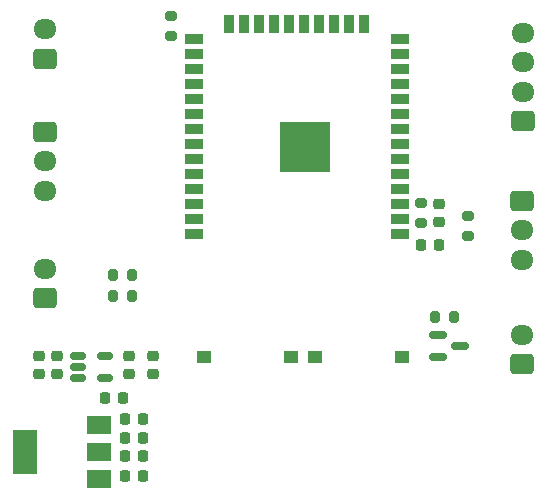
<source format=gbr>
%TF.GenerationSoftware,KiCad,Pcbnew,(7.0.0)*%
%TF.CreationDate,2023-12-20T20:41:28+01:00*%
%TF.ProjectId,board2,626f6172-6432-42e6-9b69-6361645f7063,rev?*%
%TF.SameCoordinates,Original*%
%TF.FileFunction,Soldermask,Top*%
%TF.FilePolarity,Negative*%
%FSLAX46Y46*%
G04 Gerber Fmt 4.6, Leading zero omitted, Abs format (unit mm)*
G04 Created by KiCad (PCBNEW (7.0.0)) date 2023-12-20 20:41:28*
%MOMM*%
%LPD*%
G01*
G04 APERTURE LIST*
G04 Aperture macros list*
%AMRoundRect*
0 Rectangle with rounded corners*
0 $1 Rounding radius*
0 $2 $3 $4 $5 $6 $7 $8 $9 X,Y pos of 4 corners*
0 Add a 4 corners polygon primitive as box body*
4,1,4,$2,$3,$4,$5,$6,$7,$8,$9,$2,$3,0*
0 Add four circle primitives for the rounded corners*
1,1,$1+$1,$2,$3*
1,1,$1+$1,$4,$5*
1,1,$1+$1,$6,$7*
1,1,$1+$1,$8,$9*
0 Add four rect primitives between the rounded corners*
20,1,$1+$1,$2,$3,$4,$5,0*
20,1,$1+$1,$4,$5,$6,$7,0*
20,1,$1+$1,$6,$7,$8,$9,0*
20,1,$1+$1,$8,$9,$2,$3,0*%
G04 Aperture macros list end*
%ADD10RoundRect,0.225000X0.250000X-0.225000X0.250000X0.225000X-0.250000X0.225000X-0.250000X-0.225000X0*%
%ADD11R,1.200000X1.000000*%
%ADD12RoundRect,0.200000X-0.200000X-0.275000X0.200000X-0.275000X0.200000X0.275000X-0.200000X0.275000X0*%
%ADD13RoundRect,0.225000X0.225000X0.250000X-0.225000X0.250000X-0.225000X-0.250000X0.225000X-0.250000X0*%
%ADD14RoundRect,0.250000X0.725000X-0.600000X0.725000X0.600000X-0.725000X0.600000X-0.725000X-0.600000X0*%
%ADD15O,1.950000X1.700000*%
%ADD16RoundRect,0.150000X-0.587500X-0.150000X0.587500X-0.150000X0.587500X0.150000X-0.587500X0.150000X0*%
%ADD17RoundRect,0.200000X0.200000X0.275000X-0.200000X0.275000X-0.200000X-0.275000X0.200000X-0.275000X0*%
%ADD18RoundRect,0.225000X-0.225000X-0.250000X0.225000X-0.250000X0.225000X0.250000X-0.225000X0.250000X0*%
%ADD19R,1.500000X0.900000*%
%ADD20R,0.900000X1.500000*%
%ADD21C,0.600000*%
%ADD22R,4.200000X4.200000*%
%ADD23RoundRect,0.200000X0.275000X-0.200000X0.275000X0.200000X-0.275000X0.200000X-0.275000X-0.200000X0*%
%ADD24RoundRect,0.250000X-0.725000X0.600000X-0.725000X-0.600000X0.725000X-0.600000X0.725000X0.600000X0*%
%ADD25RoundRect,0.150000X-0.512500X-0.150000X0.512500X-0.150000X0.512500X0.150000X-0.512500X0.150000X0*%
%ADD26RoundRect,0.200000X-0.275000X0.200000X-0.275000X-0.200000X0.275000X-0.200000X0.275000X0.200000X0*%
%ADD27R,2.000000X1.500000*%
%ADD28R,2.000000X3.800000*%
%ADD29RoundRect,0.225000X-0.250000X0.225000X-0.250000X-0.225000X0.250000X-0.225000X0.250000X0.225000X0*%
G04 APERTURE END LIST*
D10*
%TO.C,C6*%
X176276000Y-126759000D03*
X176276000Y-125209000D03*
%TD*%
D11*
%TO.C,SW1*%
X199363999Y-125307999D03*
X191963999Y-125307999D03*
%TD*%
D12*
%TO.C,R39*%
X174880000Y-120142000D03*
X176530000Y-120142000D03*
%TD*%
D13*
%TO.C,C1*%
X177457000Y-133735500D03*
X175907000Y-133735500D03*
%TD*%
D14*
%TO.C,J2*%
X209550000Y-125944000D03*
D15*
X209549999Y-123443999D03*
%TD*%
D16*
%TO.C,Q1*%
X202438000Y-123444000D03*
X202438000Y-125344000D03*
X204313000Y-124394000D03*
%TD*%
D10*
%TO.C,C8*%
X178308000Y-126759000D03*
X178308000Y-125209000D03*
%TD*%
D17*
%TO.C,R38*%
X176530000Y-118364000D03*
X174880000Y-118364000D03*
%TD*%
D18*
%TO.C,C53*%
X200985000Y-115824000D03*
X202535000Y-115824000D03*
%TD*%
D19*
%TO.C,U19*%
X199219999Y-114893999D03*
X199219999Y-113623999D03*
X199219999Y-112353999D03*
X199219999Y-111083999D03*
X199219999Y-109813999D03*
X199219999Y-108543999D03*
X199219999Y-107273999D03*
X199219999Y-106003999D03*
X199219999Y-104733999D03*
X199219999Y-103463999D03*
X199219999Y-102193999D03*
X199219999Y-100923999D03*
X199219999Y-99653999D03*
X199219999Y-98383999D03*
D20*
X196179999Y-97133999D03*
X194909999Y-97133999D03*
X193639999Y-97133999D03*
X192369999Y-97133999D03*
X191099999Y-97133999D03*
X189829999Y-97133999D03*
X188559999Y-97133999D03*
X187289999Y-97133999D03*
X186019999Y-97133999D03*
X184749999Y-97133999D03*
D19*
X181719999Y-98383999D03*
X181719999Y-99653999D03*
X181719999Y-100923999D03*
X181719999Y-102193999D03*
X181719999Y-103463999D03*
X181719999Y-104733999D03*
X181719999Y-106003999D03*
X181719999Y-107273999D03*
X181719999Y-108543999D03*
X181719999Y-109813999D03*
X181719999Y-111083999D03*
X181719999Y-112353999D03*
X181719999Y-113623999D03*
X181719999Y-114893999D03*
D21*
X192675000Y-108316500D03*
X192675000Y-106791500D03*
X191912500Y-109079000D03*
X191912500Y-107554000D03*
X191912500Y-106029000D03*
X191150000Y-108316500D03*
D22*
X191149999Y-107553999D03*
D21*
X191150000Y-106791500D03*
X190387500Y-109079000D03*
X190387500Y-107554000D03*
X190387500Y-106029000D03*
X189625000Y-108316500D03*
X189625000Y-106791500D03*
%TD*%
D11*
%TO.C,SW3*%
X182565999Y-125307999D03*
X189965999Y-125307999D03*
%TD*%
D13*
%TO.C,C7*%
X177444000Y-135361100D03*
X175894000Y-135361100D03*
%TD*%
D23*
%TO.C,R86*%
X200998000Y-113941000D03*
X200998000Y-112291000D03*
%TD*%
D24*
%TO.C,J4*%
X209550000Y-112094000D03*
D15*
X209549999Y-114593999D03*
X209549999Y-117093999D03*
%TD*%
D13*
%TO.C,C4*%
X177470000Y-132160700D03*
X175920000Y-132160700D03*
%TD*%
%TO.C,C51*%
X175781000Y-128778000D03*
X174231000Y-128778000D03*
%TD*%
D14*
%TO.C,J3*%
X169164000Y-120356000D03*
D15*
X169163999Y-117855999D03*
%TD*%
D24*
%TO.C,J7*%
X169164000Y-106252000D03*
D15*
X169163999Y-108751999D03*
X169163999Y-111251999D03*
%TD*%
D10*
%TO.C,C3*%
X168656000Y-126759000D03*
X168656000Y-125209000D03*
%TD*%
D25*
%TO.C,U20*%
X171969000Y-125222000D03*
X171969000Y-126172000D03*
X171969000Y-127122000D03*
X174244000Y-127122000D03*
X174244000Y-125222000D03*
%TD*%
D13*
%TO.C,C2*%
X177457000Y-130535100D03*
X175907000Y-130535100D03*
%TD*%
D26*
%TO.C,R87*%
X179832000Y-96457000D03*
X179832000Y-98107000D03*
%TD*%
D27*
%TO.C,U1*%
X173735999Y-135663999D03*
X173735999Y-133363999D03*
D28*
X167435999Y-133363999D03*
D27*
X173735999Y-131063999D03*
%TD*%
D10*
%TO.C,C5*%
X170180000Y-126759000D03*
X170180000Y-125209000D03*
%TD*%
D14*
%TO.C,J5*%
X169164000Y-100076000D03*
D15*
X169163999Y-97575999D03*
%TD*%
D17*
%TO.C,R1*%
X203771000Y-121920000D03*
X202121000Y-121920000D03*
%TD*%
D26*
%TO.C,R2*%
X204978000Y-113412000D03*
X204978000Y-115062000D03*
%TD*%
D29*
%TO.C,C52*%
X202522000Y-112328000D03*
X202522000Y-113878000D03*
%TD*%
D14*
%TO.C,J1*%
X209600800Y-105359200D03*
D15*
X209600799Y-102859199D03*
X209600799Y-100359199D03*
X209600799Y-97859199D03*
%TD*%
M02*

</source>
